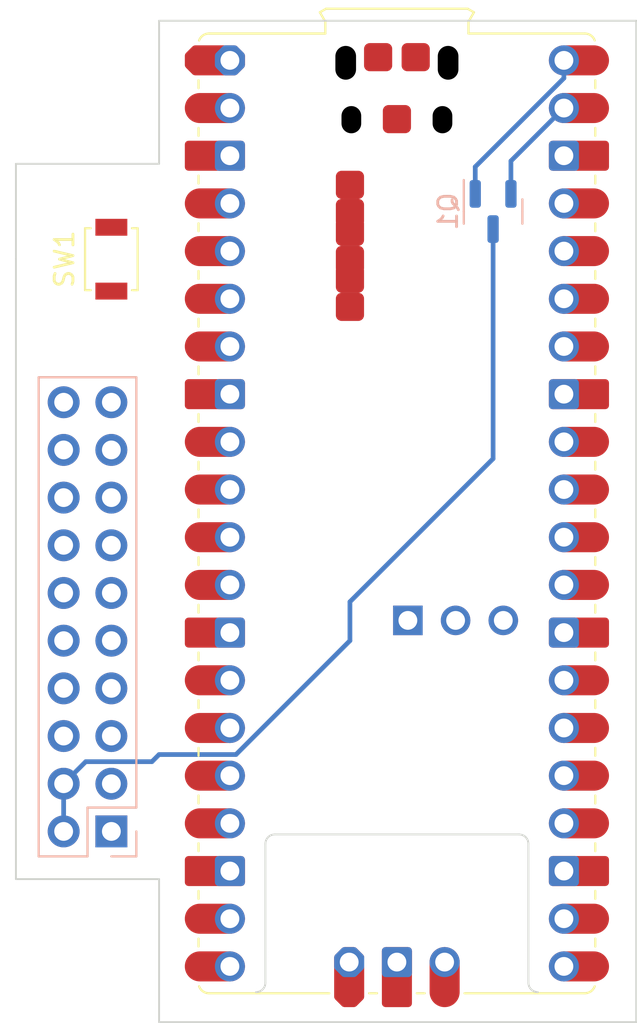
<source format=kicad_pcb>
(kicad_pcb (version 20221018) (generator pcbnew)
  (layers (0 "F.Cu" signal) (31 "B.Cu" signal) (34 "B.Paste" user) (35 "F.Paste" user) (36 "B.SilkS" user "B.Silkscreen") (37 "F.SilkS" user "F.Silkscreen") (38 "B.Mask" user) (39 "F.Mask" user) (44 "Edge.Cuts" user))
  (net 0 "")
  (net 3 "GND")
  (net 6 "/I2C0_SDA")
  (net 7 "/I2C0_SCL")
  (net 20 "/SPI0_SCK")
  (net 21 "/SPI0_TX")
  (net 25 "/RESET")
  (net 33 "Net-(A1-VSYS)")
  (net 34 "Net-(A1-VBUS)")
  (net 38 "+5V")
  (net 39 "/~{SHDN_3V3}")
  (net 40 "/HEATER_ENABLE")
  (net 41 "/TSL2561_INT")
  (net 42 "/DS3231_INT")
  (net 43 "/S1_S")
  (net 44 "/S1_A")
  (net 45 "/S1_B")
  (footprint "Module:Raspberry_Pi_Pico_SMT_THT" (layer "F.Cu") (at 74.89 42.75)
    (fp_text reference "A1" hide)
    (fp_text value "RaspberryPi-PicoW")
    (fp_line (start -1.67 1.06) (end -1.67 1.48) (stroke (width 0.12)) (layer "F.SilkS"))
    (fp_line (start -1.67 3.6) (end -1.67 4.02) (stroke (width 0.12)) (layer "F.SilkS"))
    (fp_line (start -1.67 6.14) (end -1.67 6.56) (stroke (width 0.12)) (layer "F.SilkS"))
    (fp_line (start -1.67 8.68) (end -1.67 9.1) (stroke (width 0.12)) (layer "F.SilkS"))
    (fp_line (start -1.67 11.22) (end -1.67 11.64) (stroke (width 0.12)) (layer "F.SilkS"))
    (fp_line (start -1.67 13.76) (end -1.67 14.18) (stroke (width 0.12)) (layer "F.SilkS"))
    (fp_line (start -1.67 16.3) (end -1.67 16.72) (stroke (width 0.12)) (layer "F.SilkS"))
    (fp_line (start -1.67 18.84) (end -1.67 19.26) (stroke (width 0.12)) (layer "F.SilkS"))
    (fp_line (start -1.67 21.38) (end -1.67 21.8) (stroke (width 0.12)) (layer "F.SilkS"))
    (fp_line (start -1.67 23.92) (end -1.67 24.34) (stroke (width 0.12)) (layer "F.SilkS"))
    (fp_line (start -1.67 26.46) (end -1.67 26.88) (stroke (width 0.12)) (layer "F.SilkS"))
    (fp_line (start -1.67 29) (end -1.67 29.42) (stroke (width 0.12)) (layer "F.SilkS"))
    (fp_line (start -1.67 31.54) (end -1.67 31.96) (stroke (width 0.12)) (layer "F.SilkS"))
    (fp_line (start -1.67 34.08) (end -1.67 34.5) (stroke (width 0.12)) (layer "F.SilkS"))
    (fp_line (start -1.67 36.62) (end -1.67 37.04) (stroke (width 0.12)) (layer "F.SilkS"))
    (fp_line (start -1.67 39.16) (end -1.67 39.58) (stroke (width 0.12)) (layer "F.SilkS"))
    (fp_line (start -1.67 41.7) (end -1.67 42.12) (stroke (width 0.12)) (layer "F.SilkS"))
    (fp_line (start -1.67 44.24) (end -1.67 44.66) (stroke (width 0.12)) (layer "F.SilkS"))
    (fp_line (start -1.67 46.78) (end -1.67 47.2) (stroke (width 0.12)) (layer "F.SilkS"))
    (fp_line (start -1.11 -1.43) (end 5.08 -1.43) (stroke (width 0.12)) (layer "F.SilkS"))
    (fp_line (start -1.11 49.69) (end 5.29 49.69) (stroke (width 0.12)) (layer "F.SilkS"))
    (fp_line (start 4.79 -2.56) (end 5.12 -2.75) (stroke (width 0.12)) (layer "F.SilkS"))
    (fp_line (start 5.08 -2.06) (end 4.79 -2.56) (stroke (width 0.12)) (layer "F.SilkS"))
    (fp_line (start 5.08 -1.43) (end -1.11 -1.43) (stroke (width 0.12)) (layer "F.SilkS"))
    (fp_line (start 5.08 -1.43) (end 5.08 -2.06) (stroke (width 0.12)) (layer "F.SilkS"))
    (fp_line (start 5.12 -2.75) (end 12.66 -2.75) (stroke (width 0.12)) (layer "F.SilkS"))
    (fp_line (start 7.41 49.69) (end 7.83 49.69) (stroke (width 0.12)) (layer "F.SilkS"))
    (fp_line (start 9.95 49.69) (end 10.37 49.69) (stroke (width 0.12)) (layer "F.SilkS"))
    (fp_line (start 12.49 49.69) (end 18.89 49.69) (stroke (width 0.12)) (layer "F.SilkS"))
    (fp_line (start 12.66 -2.75) (end 12.99 -2.56) (stroke (width 0.12)) (layer "F.SilkS"))
    (fp_line (start 12.7 -2.06) (end 12.7 -1.43) (stroke (width 0.12)) (layer "F.SilkS"))
    (fp_line (start 12.99 -2.56) (end 12.7 -2.06) (stroke (width 0.12)) (layer "F.SilkS"))
    (fp_line (start 18.89 -1.43) (end 12.7 -1.43) (stroke (width 0.12)) (layer "F.SilkS"))
    (fp_line (start 19.45 1.06) (end 19.45 1.48) (stroke (width 0.12)) (layer "F.SilkS"))
    (fp_line (start 19.45 3.6) (end 19.45 4.02) (stroke (width 0.12)) (layer "F.SilkS"))
    (fp_line (start 19.45 6.14) (end 19.45 6.56) (stroke (width 0.12)) (layer "F.SilkS"))
    (fp_line (start 19.45 8.68) (end 19.45 9.1) (stroke (width 0.12)) (layer "F.SilkS"))
    (fp_line (start 19.45 11.22) (end 19.45 11.64) (stroke (width 0.12)) (layer "F.SilkS"))
    (fp_line (start 19.45 13.76) (end 19.45 14.18) (stroke (width 0.12)) (layer "F.SilkS"))
    (fp_line (start 19.45 16.3) (end 19.45 16.72) (stroke (width 0.12)) (layer "F.SilkS"))
    (fp_line (start 19.45 18.84) (end 19.45 19.26) (stroke (width 0.12)) (layer "F.SilkS"))
    (fp_line (start 19.45 21.38) (end 19.45 21.8) (stroke (width 0.12)) (layer "F.SilkS"))
    (fp_line (start 19.45 23.92) (end 19.45 24.34) (stroke (width 0.12)) (layer "F.SilkS"))
    (fp_line (start 19.45 26.46) (end 19.45 26.88) (stroke (width 0.12)) (layer "F.SilkS"))
    (fp_line (start 19.45 29) (end 19.45 29.42) (stroke (width 0.12)) (layer "F.SilkS"))
    (fp_line (start 19.45 31.54) (end 19.45 31.96) (stroke (width 0.12)) (layer "F.SilkS"))
    (fp_line (start 19.45 34.08) (end 19.45 34.5) (stroke (width 0.12)) (layer "F.SilkS"))
    (fp_line (start 19.45 36.62) (end 19.45 37.04) (stroke (width 0.12)) (layer "F.SilkS"))
    (fp_line (start 19.45 39.16) (end 19.45 39.58) (stroke (width 0.12)) (layer "F.SilkS"))
    (fp_line (start 19.45 41.7) (end 19.45 42.12) (stroke (width 0.12)) (layer "F.SilkS"))
    (fp_line (start 19.45 44.24) (end 19.45 44.66) (stroke (width 0.12)) (layer "F.SilkS"))
    (fp_line (start 19.45 46.78) (end 19.45 47.2) (stroke (width 0.12)) (layer "F.SilkS"))
    (fp_arc (start -1.64 -1.06) (mid -1.433508 -1.328808) (end -1.11 -1.43) (stroke (width 0.12)) (layer "F.SilkS"))
    (fp_arc (start -1.11 49.69) (mid -1.433508 49.588809) (end -1.64 49.32) (stroke (width 0.12)) (layer "F.SilkS"))
    (fp_arc (start 18.89 -1.43) (mid 19.213502 -1.328793) (end 19.42 -1.06) (stroke (width 0.12)) (layer "F.SilkS"))
    (fp_arc (start 19.42 49.32) (mid 19.213487 49.588772) (end 18.89 49.69) (stroke (width 0.12)) (layer "F.SilkS"))
    (fp_line (start 1.89 49.13) (end 1.89 41.73) (stroke (width 0.1)) (layer "Edge.Cuts"))
    (fp_line (start 2.39 41.23) (end 15.39 41.23) (stroke (width 0.1)) (layer "Edge.Cuts"))
    (fp_line (start 15.89 41.73) (end 15.89 49.13) (stroke (width 0.1)) (layer "Edge.Cuts"))
    (fp_arc (start 1.89 41.73) (mid 2.036447 41.376447) (end 2.39 41.23) (stroke (width 0.1)) (layer "Edge.Cuts"))
    (fp_arc (start 1.89 49.13) (mid 1.743553 49.483553) (end 1.39 49.63) (stroke (width 0.1)) (layer "Edge.Cuts"))
    (fp_arc (start 15.39 41.23) (mid 15.743553 41.376447) (end 15.89 41.73) (stroke (width 0.1)) (layer "Edge.Cuts"))
    (fp_arc (start 16.39 49.63) (mid 16.036447 49.483553) (end 15.89 49.13) (stroke (width 0.1)) (layer "Edge.Cuts"))
    (pad "" np_thru_hole circle (at 3.19 0.63) (size 2.1 2.1) (drill 2.1) (layers "F&B.Cu" "*.Mask") (clearance 1.05))
    (pad "" np_thru_hole circle (at 3.19 47.63) (size 2.1 2.1) (drill 2.1) (layers "F&B.Cu" "*.Mask") (clearance 1.05))
    (pad "" np_thru_hole oval (at 6.165 0.13) (size 1.1 1.8) (drill oval 1.1 1.8) (layers "*.Mask"))
    (pad "" np_thru_hole oval (at 6.465 3.16) (size 1.05 1.45) (drill oval 1.05 1.45) (layers "*.Mask"))
    (pad "" np_thru_hole oval (at 11.315 3.16) (size 1.05 1.45) (drill oval 1.05 1.45) (layers "*.Mask"))
    (pad "" np_thru_hole oval (at 11.615 0.13) (size 1.1 1.8) (drill oval 1.1 1.8) (layers "*.Mask"))
    (pad "" np_thru_hole circle (at 14.59 0.63) (size 2.1 2.1) (drill 2.1) (layers "F&B.Cu" "*.Mask") (clearance 1.05))
    (pad "" np_thru_hole circle (at 14.59 47.63) (size 2.1 2.1) (drill 2.1) (layers "F&B.Cu" "*.Mask") (clearance 1.05))
    (pad "1" smd custom (at -1.6 0) (size 1.6 1.6) (layers "F.Cu" "F.Mask") (options (clearance convexhull) (anchor circle)) (primitives (gr_poly (pts (xy 2.2 0.248529) (xy 1.848529 0.6) (xy -0.248529 0.6) (xy -0.6 0.248529) (xy -0.6 -0.248529) (xy -0.248529 -0.6) (xy 1.848529 -0.6) (xy 2.2 -0.248529)) (width 0.4) (fill yes))))
    (pad "1" thru_hole custom (at 0 0) (size 1.6 1.6) (drill 1) (layers "*.Cu" "*.Mask") (options (clearance convexhull) (anchor circle)) (primitives (gr_poly (pts (xy 0.6 0.248529) (xy 0.248529 0.6) (xy -0.248529 0.6) (xy -0.6 0.248529) (xy -0.6 -0.248529) (xy -0.248529 -0.6) (xy 0.248529 -0.6) (xy 0.6 -0.248529)) (width 0.4) (fill yes))))
    (pad "2" smd oval (at -1.6 2.54) (size 3.2 1.6) (drill (offset 0.8 0)) (layers "F.Cu" "F.Mask"))
    (pad "2" thru_hole circle (at 0 2.54) (size 1.6 1.6) (drill 1) (layers "*.Cu" "*.Mask"))
    (pad "3" smd roundrect (at -1.6 5.08) (size 3.2 1.6) (drill (offset 0.8 0)) (layers "F.Cu" "F.Mask") (roundrect_rratio 0.125) (net 3 "GND"))
    (pad "3" thru_hole roundrect (at 0 5.08) (size 1.6 1.6) (drill 1) (layers "*.Cu" "*.Mask") (roundrect_rratio 0.125) (net 3 "GND"))
    (pad "4" smd oval (at -1.6 7.62) (size 3.2 1.6) (drill (offset 0.8 0)) (layers "F.Cu" "F.Mask"))
    (pad "4" thru_hole circle (at 0 7.62) (size 1.6 1.6) (drill 1) (layers "*.Cu" "*.Mask"))
    (pad "5" smd oval (at -1.6 10.16) (size 3.2 1.6) (drill (offset 0.8 0)) (layers "F.Cu" "F.Mask"))
    (pad "5" thru_hole circle (at 0 10.16) (size 1.6 1.6) (drill 1) (layers "*.Cu" "*.Mask"))
    (pad "6" smd oval (at -1.6 12.7) (size 3.2 1.6) (drill (offset 0.8 0)) (layers "F.Cu" "F.Mask") (net 6 "/I2C0_SDA"))
    (pad "6" thru_hole circle (at 0 12.7) (size 1.6 1.6) (drill 1) (layers "*.Cu" "*.Mask") (net 6 "/I2C0_SDA"))
    (pad "7" smd oval (at -1.6 15.24) (size 3.2 1.6) (drill (offset 0.8 0)) (layers "F.Cu" "F.Mask") (net 7 "/I2C0_SCL"))
    (pad "7" thru_hole circle (at 0 15.24) (size 1.6 1.6) (drill 1) (layers "*.Cu" "*.Mask") (net 7 "/I2C0_SCL"))
    (pad "8" smd roundrect (at -1.6 17.78) (size 3.2 1.6) (drill (offset 0.8 0)) (layers "F.Cu" "F.Mask") (roundrect_rratio 0.125) (net 3 "GND"))
    (pad "8" thru_hole roundrect (at 0 17.78) (size 1.6 1.6) (drill 1) (layers "*.Cu" "*.Mask") (roundrect_rratio 0.125) (net 3 "GND"))
    (pad "9" smd oval (at -1.6 20.32) (size 3.2 1.6) (drill (offset 0.8 0)) (layers "F.Cu" "F.Mask"))
    (pad "9" thru_hole circle (at 0 20.32) (size 1.6 1.6) (drill 1) (layers "*.Cu" "*.Mask"))
    (pad "10" smd oval (at -1.6 22.86) (size 3.2 1.6) (drill (offset 0.8 0)) (layers "F.Cu" "F.Mask"))
    (pad "10" thru_hole circle (at 0 22.86) (size 1.6 1.6) (drill 1) (layers "*.Cu" "*.Mask"))
    (pad "11" smd oval (at -1.6 25.4) (size 3.2 1.6) (drill (offset 0.8 0)) (layers "F.Cu" "F.Mask"))
    (pad "11" thru_hole circle (at 0 25.4) (size 1.6 1.6) (drill 1) (layers "*.Cu" "*.Mask"))
    (pad "12" smd oval (at -1.6 27.94) (size 3.2 1.6) (drill (offset 0.8 0)) (layers "F.Cu" "F.Mask"))
    (pad "12" thru_hole circle (at 0 27.94) (size 1.6 1.6) (drill 1) (layers "*.Cu" "*.Mask"))
    (pad "13" smd roundrect (at -1.6 30.48) (size 3.2 1.6) (drill (offset 0.8 0)) (layers "F.Cu" "F.Mask") (roundrect_rratio 0.125) (net 3 "GND"))
    (pad "13" thru_hole roundrect (at 0 30.48) (size 1.6 1.6) (drill 1) (layers "*.Cu" "*.Mask") (roundrect_rratio 0.125) (net 3 "GND"))
    (pad "14" smd oval (at -1.6 33.02) (size 3.2 1.6) (drill (offset 0.8 0)) (layers "F.Cu" "F.Mask"))
    (pad "14" thru_hole circle (at 0 33.02) (size 1.6 1.6) (drill 1) (layers "*.Cu" "*.Mask"))
    (pad "15" smd oval (at -1.6 35.56) (size 3.2 1.6) (drill (offset 0.8 0)) (layers "F.Cu" "F.Mask"))
    (pad "15" thru_hole circle (at 0 35.56) (size 1.6 1.6) (drill 1) (layers "*.Cu" "*.Mask"))
    (pad "16" smd oval (at -1.6 38.1) (size 3.2 1.6) (drill (offset 0.8 0)) (layers "F.Cu" "F.Mask"))
    (pad "16" thru_hole circle (at 0 38.1) (size 1.6 1.6) (drill 1) (layers "*.Cu" "*.Mask"))
    (pad "17" smd oval (at -1.6 40.64) (size 3.2 1.6) (drill (offset 0.8 0)) (layers "F.Cu" "F.Mask"))
    (pad "17" thru_hole circle (at 0 40.64) (size 1.6 1.6) (drill 1) (layers "*.Cu" "*.Mask"))
    (pad "18" smd roundrect (at -1.6 43.18) (size 3.2 1.6) (drill (offset 0.8 0)) (layers "F.Cu" "F.Mask") (roundrect_rratio 0.125) (net 3 "GND"))
    (pad "18" thru_hole roundrect (at 0 43.18) (size 1.6 1.6) (drill 1) (layers "*.Cu" "*.Mask") (roundrect_rratio 0.125) (net 3 "GND"))
    (pad "19" smd oval (at -1.6 45.72) (size 3.2 1.6) (drill (offset 0.8 0)) (layers "F.Cu" "F.Mask"))
    (pad "19" thru_hole circle (at 0 45.72) (size 1.6 1.6) (drill 1) (layers "*.Cu" "*.Mask"))
    (pad "20" smd oval (at -1.6 48.26) (size 3.2 1.6) (drill (offset 0.8 0)) (layers "F.Cu" "F.Mask"))
    (pad "20" thru_hole circle (at 0 48.26) (size 1.6 1.6) (drill 1) (layers "*.Cu" "*.Mask"))
    (pad "21" thru_hole circle (at 17.78 48.26) (size 1.6 1.6) (drill 1) (layers "*.Cu" "*.Mask"))
    (pad "21" smd oval (at 19.38 48.26) (size 3.2 1.6) (drill (offset -0.8 0)) (layers "F.Cu" "F.Mask"))
    (pad "22" thru_hole circle (at 17.78 45.72) (size 1.6 1.6) (drill 1) (layers "*.Cu" "*.Mask"))
    (pad "22" smd oval (at 19.38 45.72) (size 3.2 1.6) (drill (offset -0.8 0)) (layers "F.Cu" "F.Mask"))
    (pad "23" thru_hole roundrect (at 17.78 43.18) (size 1.6 1.6) (drill 1) (layers "*.Cu" "*.Mask") (roundrect_rratio 0.125) (net 3 "GND"))
    (pad "23" smd roundrect (at 19.38 43.18) (size 3.2 1.6) (drill (offset -0.8 0)) (layers "F.Cu" "F.Mask") (roundrect_rratio 0.125) (net 3 "GND"))
    (pad "24" thru_hole circle (at 17.78 40.64) (size 1.6 1.6) (drill 1) (layers "*.Cu" "*.Mask") (net 20 "/SPI0_SCK"))
    (pad "24" smd oval (at 19.38 40.64) (size 3.2 1.6) (drill (offset -0.8 0)) (layers "F.Cu" "F.Mask") (net 20 "/SPI0_SCK"))
    (pad "25" thru_hole circle (at 17.78 38.1) (size 1.6 1.6) (drill 1) (layers "*.Cu" "*.Mask") (net 21 "/SPI0_TX"))
    (pad "25" smd oval (at 19.38 38.1) (size 3.2 1.6) (drill (offset -0.8 0)) (layers "F.Cu" "F.Mask") (net 21 "/SPI0_TX"))
    (pad "26" thru_hole circle (at 17.78 35.56) (size 1.6 1.6) (drill 1) (layers "*.Cu" "*.Mask"))
    (pad "26" smd oval (at 19.38 35.56) (size 3.2 1.6) (drill (offset -0.8 0)) (layers "F.Cu" "F.Mask"))
    (pad "27" thru_hole circle (at 17.78 33.02) (size 1.6 1.6) (drill 1) (layers "*.Cu" "*.Mask"))
    (pad "27" smd oval (at 19.38 33.02) (size 3.2 1.6) (drill (offset -0.8 0)) (layers "F.Cu" "F.Mask"))
    (pad "28" thru_hole roundrect (at 17.78 30.48) (size 1.6 1.6) (drill 1) (layers "*.Cu" "*.Mask") (roundrect_rratio 0.125) (net 3 "GND"))
    (pad "28" smd roundrect (at 19.38 30.48) (size 3.2 1.6) (drill (offset -0.8 0)) (layers "F.Cu" "F.Mask") (roundrect_rratio 0.125) (net 3 "GND"))
    (pad "29" thru_hole circle (at 17.78 27.94) (size 1.6 1.6) (drill 1) (layers "*.Cu" "*.Mask"))
    (pad "29" smd oval (at 19.38 27.94) (size 3.2 1.6) (drill (offset -0.8 0)) (layers "F.Cu" "F.Mask"))
    (pad "30" thru_hole circle (at 17.78 25.4) (size 1.6 1.6) (drill 1) (layers "*.Cu" "*.Mask") (net 25 "/RESET"))
    (pad "30" smd oval (at 19.38 25.4) (size 3.2 1.6) (drill (offset -0.8 0)) (layers "F.Cu" "F.Mask") (net 25 "/RESET"))
    (pad "31" thru_hole circle (at 17.78 22.86) (size 1.6 1.6) (drill 1) (layers "*.Cu" "*.Mask"))
    (pad "31" smd oval (at 19.38 22.86) (size 3.2 1.6) (drill (offset -0.8 0)) (layers "F.Cu" "F.Mask"))
    (pad "32" thru_hole circle (at 17.78 20.32) (size 1.6 1.6) (drill 1) (layers "*.Cu" "*.Mask"))
    (pad "32" smd oval (at 19.38 20.32) (size 3.2 1.6) (drill (offset -0.8 0)) (layers "F.Cu" "F.Mask"))
    (pad "33" thru_hole roundrect (at 17.78 17.78) (size 1.6 1.6) (drill 1) (layers "*.Cu" "*.Mask") (roundrect_rratio 0.125))
    (pad "33" smd roundrect (at 19.38 17.78) (size 3.2 1.6) (drill (offset -0.8 0)) (layers "F.Cu" "F.Mask") (roundrect_rratio 0.125))
    (pad "34" thru_hole circle (at 17.78 15.24) (size 1.6 1.6) (drill 1) (layers "*.Cu" "*.Mask"))
    (pad "34" smd oval (at 19.38 15.24) (size 3.2 1.6) (drill (offset -0.8 0)) (layers "F.Cu" "F.Mask"))
    (pad "35" thru_hole circle (at 17.78 12.7) (size 1.6 1.6) (drill 1) (layers "*.Cu" "*.Mask"))
    (pad "35" smd oval (at 19.38 12.7) (size 3.2 1.6) (drill (offset -0.8 0)) (layers "F.Cu" "F.Mask"))
    (pad "36" thru_hole circle (at 17.78 10.16) (size 1.6 1.6) (drill 1) (layers "*.Cu" "*.Mask"))
    (pad "36" smd oval (at 19.38 10.16) (size 3.2 1.6) (drill (offset -0.8 0)) (layers "F.Cu" "F.Mask"))
    (pad "37" thru_hole circle (at 17.78 7.62) (size 1.6 1.6) (drill 1) (layers "*.Cu" "*.Mask"))
    (pad "37" smd oval (at 19.38 7.62) (size 3.2 1.6) (drill (offset -0.8 0)) (layers "F.Cu" "F.Mask"))
    (pad "38" thru_hole roundrect (at 17.78 5.08) (size 1.6 1.6) (drill 1) (layers "*.Cu" "*.Mask") (roundrect_rratio 0.125) (net 3 "GND"))
    (pad "38" smd roundrect (at 19.38 5.08) (size 3.2 1.6) (drill (offset -0.8 0)) (layers "F.Cu" "F.Mask") (roundrect_rratio 0.125) (net 3 "GND"))
    (pad "39" thru_hole circle (at 17.78 2.54) (size 1.6 1.6) (drill 1) (layers "*.Cu" "*.Mask") (net 33 "Net-(A1-VSYS)"))
    (pad "39" smd oval (at 19.38 2.54) (size 3.2 1.6) (drill (offset -0.8 0)) (layers "F.Cu" "F.Mask") (net 33 "Net-(A1-VSYS)"))
    (pad "40" thru_hole circle (at 17.78 0) (size 1.6 1.6) (drill 1) (layers "*.Cu" "*.Mask") (net 34 "Net-(A1-VBUS)"))
    (pad "40" smd oval (at 19.38 0) (size 3.2 1.6) (drill (offset -0.8 0)) (layers "F.Cu" "F.Mask") (net 34 "Net-(A1-VBUS)"))
    (pad "41" thru_hole custom (at 6.35 48.03) (size 1.6 1.6) (drill 1) (layers "*.Cu" "*.Mask") (options (clearance convexhull) (anchor circle)) (primitives (gr_poly (pts (xy 0.6 0.248529) (xy 0.248529 0.6) (xy -0.248529 0.6) (xy -0.6 0.248529) (xy -0.6 -0.248529) (xy -0.248529 -0.6) (xy 0.248529 -0.6) (xy 0.6 -0.248529)) (width 0.4) (fill yes))))
    (pad "41" smd custom (at 6.35 49.63) (size 1.6 1.6) (layers "F.Cu" "F.Mask") (options (clearance convexhull) (anchor circle)) (primitives (gr_poly (pts (xy 0.6 0.248529) (xy 0.248529 0.6) (xy -0.248529 0.6) (xy -0.6 0.248529) (xy -0.6 -1.848529) (xy -0.248529 -2.2) (xy 0.248529 -2.2) (xy 0.6 -1.848529)) (width 0.4) (fill yes))))
    (pad "41" thru_hole rect (at 9.4742 29.83) (size 1.5748 1.5748) (drill 1) (layers "*.Cu" "*.Mask"))
    (pad "42" thru_hole roundrect (at 8.89 48.03) (size 1.6 1.6) (drill 1) (layers "*.Cu" "*.Mask") (roundrect_rratio 0.125))
    (pad "42" smd roundrect (at 8.89 49.63) (size 1.6 3.2) (drill (offset 0 -0.8)) (layers "F.Cu" "F.Mask") (roundrect_rratio 0.125))
    (pad "42" thru_hole circle (at 12.0142 29.83) (size 1.5748 1.5748) (drill 1) (layers "*.Cu" "*.Mask"))
    (pad "43" thru_hole circle (at 11.43 48.03) (size 1.6 1.6) (drill 1) (layers "*.Cu" "*.Mask"))
    (pad "43" smd oval (at 11.43 49.63) (size 1.6 3.2) (drill (offset 0 -0.8)) (layers "F.Cu" "F.Mask"))
    (pad "43" thru_hole circle (at 14.5542 29.83) (size 1.5748 1.5748) (drill 1) (layers "*.Cu" "*.Mask"))
    (pad "51" smd roundrect (at 8.89 3.13) (size 1.5 1.5) (property pad_prop_testpoint) (layers "F.Cu" "F.Mask") (roundrect_rratio 0.2))
    (pad "52" smd roundrect (at 9.89 -0.17) (size 1.5 1.5) (property pad_prop_testpoint) (layers "F.Cu" "F.Mask") (roundrect_rratio 0.2))
    (pad "53" smd roundrect (at 7.89 -0.17) (size 1.5 1.5) (property pad_prop_testpoint) (layers "F.Cu" "F.Mask") (roundrect_rratio 0.2))
    (pad "54" smd roundrect (at 6.39 6.63) (size 1.5 1.5) (property pad_prop_testpoint) (layers "F.Cu" "F.Mask") (roundrect_rratio 0.2))
    (pad "54" smd roundrect (at 6.39 8.13) (size 1.5 1.5) (property pad_prop_testpoint) (layers "F.Cu" "F.Mask") (roundrect_rratio 0.2))
    (pad "55" smd roundrect (at 6.39 9.13) (size 1.5 1.5) (property pad_prop_testpoint) (layers "F.Cu" "F.Mask") (roundrect_rratio 0.2))
    (pad "55" smd roundrect (at 6.39 10.63) (size 1.5 1.5) (property pad_prop_testpoint) (layers "F.Cu" "F.Mask") (roundrect_rratio 0.2))
    (pad "56" smd roundrect (at 6.39 11.63) (size 1.5 1.5) (property pad_prop_testpoint) (layers "F.Cu" "F.Mask") (roundrect_rratio 0.2))
    (pad "56" smd roundrect (at 6.39 13.13) (size 1.5 1.5) (property pad_prop_testpoint) (layers "F.Cu" "F.Mask") (roundrect_rratio 0.2))
  )
  (footprint "Button_Switch_SMD:SW_SPST_B3U-1000P" (layer "F.Cu") (at 68.58 53.34 90)
    (fp_text reference "SW1" (at 0 -2.5 90) (layer "F.SilkS"))
    (fp_text value "SW_Push")
    (fp_line (start -1.65 -1.4) (end 1.65 -1.4) (stroke (width 0.12)) (layer "F.SilkS"))
    (fp_line (start -1.65 -1.1) (end -1.65 -1.4) (stroke (width 0.12)) (layer "F.SilkS"))
    (fp_line (start -1.65 1.1) (end -1.65 1.4) (stroke (width 0.12)) (layer "F.SilkS"))
    (fp_line (start -1.65 1.4) (end 1.65 1.4) (stroke (width 0.12)) (layer "F.SilkS"))
    (fp_line (start 1.65 -1.4) (end 1.65 -1.1) (stroke (width 0.12)) (layer "F.SilkS"))
    (fp_line (start 1.65 1.4) (end 1.65 1.1) (stroke (width 0.12)) (layer "F.SilkS"))
    (pad "1" smd rect (at -1.7 0 90) (size 0.9 1.7) (layers "F.Cu" "F.Paste" "F.Mask") (net 25 "/RESET"))
    (pad "2" smd rect (at 1.7 0 90) (size 0.9 1.7) (layers "F.Cu" "F.Paste" "F.Mask") (net 3 "GND"))
  )
  (footprint "Connector_PinSocket_2.54mm:PinSocket_2x10_P2.54mm_Vertical" (layer "B.Cu") (at 68.58 83.82)
    (fp_text reference "J1" hide)
    (fp_text value "Sensorclock")
    (fp_line (start -3.87 -24.19) (end 1.33 -24.19) (stroke (width 0.12)) (layer "B.SilkS"))
    (fp_line (start -3.87 1.33) (end -3.87 -24.19) (stroke (width 0.12)) (layer "B.SilkS"))
    (fp_line (start -3.87 1.33) (end -1.27 1.33) (stroke (width 0.12)) (layer "B.SilkS"))
    (fp_line (start -1.27 -1.27) (end 1.33 -1.27) (stroke (width 0.12)) (layer "B.SilkS"))
    (fp_line (start -1.27 1.33) (end -1.27 -1.27) (stroke (width 0.12)) (layer "B.SilkS"))
    (fp_line (start 0 1.33) (end 1.33 1.33) (stroke (width 0.12)) (layer "B.SilkS"))
    (fp_line (start 1.33 -1.27) (end 1.33 -24.19) (stroke (width 0.12)) (layer "B.SilkS"))
    (fp_line (start 1.33 1.33) (end 1.33 0) (stroke (width 0.12)) (layer "B.SilkS"))
    (pad "1" thru_hole rect (at 0 0) (size 1.7 1.7) (drill 1) (layers "*.Cu" "*.Mask") (net 39 "/~{SHDN_3V3}"))
    (pad "2" thru_hole oval (at -2.54 0) (size 1.7 1.7) (drill 1) (layers "*.Cu" "*.Mask") (net 38 "+5V"))
    (pad "3" thru_hole oval (at 0 -2.54) (size 1.7 1.7) (drill 1) (layers "*.Cu" "*.Mask") (net 6 "/I2C0_SDA"))
    (pad "4" thru_hole oval (at -2.54 -2.54) (size 1.7 1.7) (drill 1) (layers "*.Cu" "*.Mask") (net 38 "+5V"))
    (pad "5" thru_hole oval (at 0 -5.08) (size 1.7 1.7) (drill 1) (layers "*.Cu" "*.Mask") (net 7 "/I2C0_SCL"))
    (pad "6" thru_hole oval (at -2.54 -5.08) (size 1.7 1.7) (drill 1) (layers "*.Cu" "*.Mask") (net 3 "GND"))
    (pad "7" thru_hole oval (at 0 -7.62) (size 1.7 1.7) (drill 1) (layers "*.Cu" "*.Mask") (net 21 "/SPI0_TX"))
    (pad "8" thru_hole oval (at -2.54 -7.62) (size 1.7 1.7) (drill 1) (layers "*.Cu" "*.Mask") (net 3 "GND"))
    (pad "9" thru_hole oval (at 0 -10.16) (size 1.7 1.7) (drill 1) (layers "*.Cu" "*.Mask") (net 20 "/SPI0_SCK"))
    (pad "10" thru_hole oval (at -2.54 -10.16) (size 1.7 1.7) (drill 1) (layers "*.Cu" "*.Mask") (net 3 "GND"))
    (pad "11" thru_hole oval (at 0 -12.7) (size 1.7 1.7) (drill 1) (layers "*.Cu" "*.Mask") (net 40 "/HEATER_ENABLE"))
    (pad "12" thru_hole oval (at -2.54 -12.7) (size 1.7 1.7) (drill 1) (layers "*.Cu" "*.Mask") (net 41 "/TSL2561_INT"))
    (pad "13" thru_hole oval (at 0 -15.24) (size 1.7 1.7) (drill 1) (layers "*.Cu" "*.Mask") (net 42 "/DS3231_INT"))
    (pad "14" thru_hole oval (at -2.54 -15.24) (size 1.7 1.7) (drill 1) (layers "*.Cu" "*.Mask") (net 43 "/S1_S"))
    (pad "15" thru_hole oval (at 0 -17.78) (size 1.7 1.7) (drill 1) (layers "*.Cu" "*.Mask") (net 44 "/S1_A"))
    (pad "16" thru_hole oval (at -2.54 -17.78) (size 1.7 1.7) (drill 1) (layers "*.Cu" "*.Mask") (net 45 "/S1_B"))
    (pad "17" thru_hole oval (at 0 -20.32) (size 1.7 1.7) (drill 1) (layers "*.Cu" "*.Mask") (net 3 "GND"))
    (pad "18" thru_hole oval (at -2.54 -20.32) (size 1.7 1.7) (drill 1) (layers "*.Cu" "*.Mask") (net 3 "GND"))
    (pad "19" thru_hole oval (at 0 -22.86) (size 1.7 1.7) (drill 1) (layers "*.Cu" "*.Mask") (net 3 "GND"))
    (pad "20" thru_hole oval (at -2.54 -22.86) (size 1.7 1.7) (drill 1) (layers "*.Cu" "*.Mask") (net 3 "GND"))
  )
  (footprint "Package_TO_SOT_SMD:SOT-23" (layer "B.Cu") (at 88.9 50.8 -90)
    (fp_text reference "Q1" (at 0 2.4 -270) (layer "B.SilkS") (effects (justify mirror)))
    (fp_text value "DMG2305UX")
    (fp_line (start 0 -1.56) (end -0.65 -1.56) (stroke (width 0.12)) (layer "B.SilkS"))
    (fp_line (start 0 -1.56) (end 0.65 -1.56) (stroke (width 0.12)) (layer "B.SilkS"))
    (fp_line (start 0 1.56) (end -1.675 1.56) (stroke (width 0.12)) (layer "B.SilkS"))
    (fp_line (start 0 1.56) (end 0.65 1.56) (stroke (width 0.12)) (layer "B.SilkS"))
    (pad "1" smd roundrect (at -0.9375 0.95 270) (size 1.475 0.6) (layers "B.Cu" "B.Paste" "B.Mask") (net 34 "Net-(A1-VBUS)"))
    (pad "2" smd roundrect (at -0.9375 -0.95 270) (size 1.475 0.6) (layers "B.Cu" "B.Paste" "B.Mask") (net 33 "Net-(A1-VSYS)"))
    (pad "3" smd roundrect (at 0.9375 0 270) (size 1.475 0.6) (layers "B.Cu" "B.Paste" "B.Mask") (net 38 "+5V"))
  )
  (gr_line (start 63.5 48.26) (end 63.5 53.34) (stroke (width 0.1)) (layer "Edge.Cuts"))
  (gr_line (start 63.5 86.36) (end 71.12 86.36) (stroke (width 0.1)) (layer "Edge.Cuts"))
  (gr_line (start 63.5 86.36) (end 63.5 53.34) (stroke (width 0.1)) (layer "Edge.Cuts"))
  (gr_line (start 96.52 40.64) (end 96.52 93.98) (stroke (width 0.1)) (layer "Edge.Cuts"))
  (gr_line (start 71.12 40.64) (end 71.12 48.26) (stroke (width 0.1)) (layer "Edge.Cuts"))
  (gr_line (start 71.12 86.36) (end 71.12 93.98) (stroke (width 0.1)) (layer "Edge.Cuts"))
  (gr_line (start 71.12 40.64) (end 96.52 40.64) (stroke (width 0.1)) (layer "Edge.Cuts"))
  (gr_line (start 71.12 48.26) (end 63.5 48.26) (stroke (width 0.1)) (layer "Edge.Cuts"))
  (gr_line (start 96.52 93.98) (end 71.12 93.98) (stroke (width 0.1)) (layer "Edge.Cuts"))
  (segment (start 89.85 49.8625) (end 89.85 48.11) (width 0.25) (layer "B.Cu") (net 33))
  (segment (start 89.85 48.11) (end 92.67 45.29) (width 0.25) (layer "B.Cu") (net 33))
  (segment (start 92.67 42.75) (end 92.67 43.699009) (width 0.25) (layer "B.Cu") (net 34))
  (segment (start 87.95 48.419009) (end 87.95 49.8625) (width 0.25) (layer "B.Cu") (net 34))
  (segment (start 92.67 43.699009) (end 87.95 48.419009) (width 0.25) (layer "B.Cu") (net 34))
  (segment (start 75.215 79.725) (end 81.28 73.66) (width 0.25) (layer "B.Cu") (net 38))
  (segment (start 81.28 71.58875) (end 88.9 63.96875) (width 0.25) (layer "B.Cu") (net 38))
  (segment (start 70.74 80.105) (end 71.12 79.725) (width 0.25) (layer "B.Cu") (net 38))
  (segment (start 88.9 63.96875) (end 88.9 51.7375) (width 0.25) (layer "B.Cu") (net 38))
  (segment (start 67.215 80.105) (end 70.74 80.105) (width 0.25) (layer "B.Cu") (net 38))
  (segment (start 81.28 73.66) (end 81.28 71.58875) (width 0.25) (layer "B.Cu") (net 38))
  (segment (start 66.04 81.28) (end 67.215 80.105) (width 0.25) (layer "B.Cu") (net 38))
  (segment (start 66.04 81.28) (end 66.04 83.82) (width 0.25) (layer "B.Cu") (net 38))
  (segment (start 71.12 79.725) (end 75.215 79.725) (width 0.25) (layer "B.Cu") (net 38))
)
</source>
